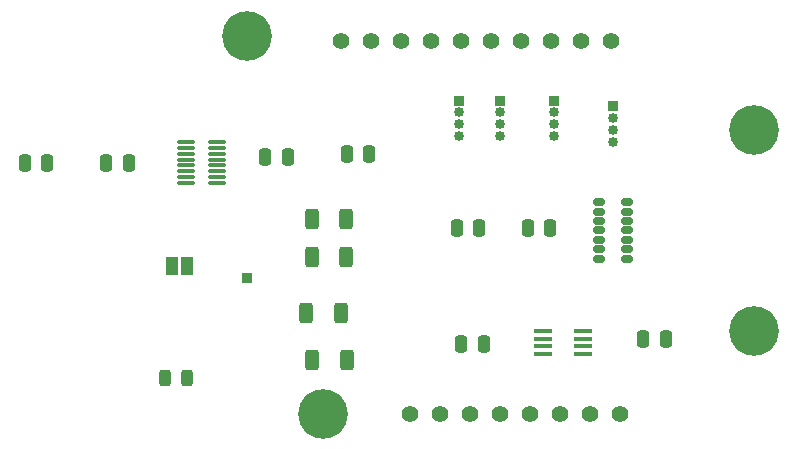
<source format=gbr>
%TF.GenerationSoftware,KiCad,Pcbnew,8.0.5*%
%TF.CreationDate,2024-11-24T20:26:59-06:00*%
%TF.ProjectId,Milestone2,4d696c65-7374-46f6-9e65-322e6b696361,rev?*%
%TF.SameCoordinates,Original*%
%TF.FileFunction,Soldermask,Top*%
%TF.FilePolarity,Negative*%
%FSLAX46Y46*%
G04 Gerber Fmt 4.6, Leading zero omitted, Abs format (unit mm)*
G04 Created by KiCad (PCBNEW 8.0.5) date 2024-11-24 20:26:59*
%MOMM*%
%LPD*%
G01*
G04 APERTURE LIST*
G04 Aperture macros list*
%AMRoundRect*
0 Rectangle with rounded corners*
0 $1 Rounding radius*
0 $2 $3 $4 $5 $6 $7 $8 $9 X,Y pos of 4 corners*
0 Add a 4 corners polygon primitive as box body*
4,1,4,$2,$3,$4,$5,$6,$7,$8,$9,$2,$3,0*
0 Add four circle primitives for the rounded corners*
1,1,$1+$1,$2,$3*
1,1,$1+$1,$4,$5*
1,1,$1+$1,$6,$7*
1,1,$1+$1,$8,$9*
0 Add four rect primitives between the rounded corners*
20,1,$1+$1,$2,$3,$4,$5,0*
20,1,$1+$1,$4,$5,$6,$7,0*
20,1,$1+$1,$6,$7,$8,$9,0*
20,1,$1+$1,$8,$9,$2,$3,0*%
G04 Aperture macros list end*
%ADD10RoundRect,0.250000X-0.312500X-0.625000X0.312500X-0.625000X0.312500X0.625000X-0.312500X0.625000X0*%
%ADD11C,4.199890*%
%ADD12C,1.422000*%
%ADD13RoundRect,0.250000X-0.250000X-0.475000X0.250000X-0.475000X0.250000X0.475000X-0.250000X0.475000X0*%
%ADD14R,0.850000X0.850000*%
%ADD15O,0.850000X0.850000*%
%ADD16RoundRect,0.087500X-0.650000X-0.087500X0.650000X-0.087500X0.650000X0.087500X-0.650000X0.087500X0*%
%ADD17R,1.000000X1.500000*%
%ADD18RoundRect,0.243750X-0.243750X-0.456250X0.243750X-0.456250X0.243750X0.456250X-0.243750X0.456250X0*%
%ADD19R,1.600000X0.300000*%
%ADD20RoundRect,0.151000X-0.371000X-0.151000X0.371000X-0.151000X0.371000X0.151000X-0.371000X0.151000X0*%
G04 APERTURE END LIST*
D10*
%TO.C,R4*%
X154037500Y-93000000D03*
X156962500Y-93000000D03*
%TD*%
D11*
%TO.C,H2*%
X192000000Y-94500000D03*
%TD*%
D12*
%TO.C,U1*%
X162880000Y-101500000D03*
X165420000Y-101500000D03*
X167960000Y-101500000D03*
X170500000Y-101500000D03*
X173040000Y-101500000D03*
X175580000Y-101500000D03*
X178120000Y-101500000D03*
X180660000Y-101500000D03*
%TD*%
D13*
%TO.C,C2*%
X130237500Y-80250000D03*
X132137500Y-80250000D03*
%TD*%
%TO.C,C1*%
X166795000Y-85800000D03*
X168695000Y-85800000D03*
%TD*%
%TO.C,C6*%
X150587500Y-79750000D03*
X152487500Y-79750000D03*
%TD*%
D14*
%TO.C,J1*%
X167000000Y-75000000D03*
D15*
X167000000Y-76000000D03*
X167000000Y-77000000D03*
X167000000Y-78000000D03*
%TD*%
D10*
%TO.C,R1*%
X154575000Y-97000000D03*
X157500000Y-97000000D03*
%TD*%
D12*
%TO.C,U5*%
X157000000Y-70000000D03*
X159540000Y-70000000D03*
X162080000Y-70000000D03*
X164620000Y-70000000D03*
X167160000Y-70000000D03*
X169700000Y-70000000D03*
X172240000Y-70000000D03*
X174780000Y-70000000D03*
X177320000Y-70000000D03*
X179860000Y-70000000D03*
%TD*%
D13*
%TO.C,C8*%
X182600000Y-95150000D03*
X184500000Y-95150000D03*
%TD*%
%TO.C,C7*%
X157500000Y-79500000D03*
X159400000Y-79500000D03*
%TD*%
D10*
%TO.C,R2*%
X154537500Y-85000000D03*
X157462500Y-85000000D03*
%TD*%
D13*
%TO.C,C3*%
X172795000Y-85800000D03*
X174695000Y-85800000D03*
%TD*%
D14*
%TO.C,J5*%
X180000000Y-75500000D03*
D15*
X180000000Y-76500000D03*
X180000000Y-77500000D03*
X180000000Y-78500000D03*
%TD*%
D14*
%TO.C,J4*%
X170500000Y-75000000D03*
D15*
X170500000Y-76000000D03*
X170500000Y-77000000D03*
X170500000Y-78000000D03*
%TD*%
D16*
%TO.C,U2*%
X143875000Y-78500000D03*
X143875000Y-79000000D03*
X143875000Y-79500000D03*
X143875000Y-80000000D03*
X143875000Y-80500000D03*
X143875000Y-81000000D03*
X143875000Y-81500000D03*
X143875000Y-82000000D03*
X146500000Y-82000000D03*
X146500000Y-81500000D03*
X146500000Y-81000000D03*
X146500000Y-80500000D03*
X146500000Y-80000000D03*
X146500000Y-79500000D03*
X146500000Y-79000000D03*
X146500000Y-78500000D03*
%TD*%
D17*
%TO.C,LED1*%
X142700000Y-89000000D03*
X144000000Y-89000000D03*
%TD*%
D18*
%TO.C,D1*%
X142125000Y-98500000D03*
X144000000Y-98500000D03*
%TD*%
D14*
%TO.C,J3*%
X149000000Y-90000000D03*
%TD*%
D13*
%TO.C,C4*%
X137137500Y-80250000D03*
X139037500Y-80250000D03*
%TD*%
D11*
%TO.C,H3*%
X155500000Y-101500000D03*
%TD*%
%TO.C,H1*%
X192000000Y-77500000D03*
%TD*%
D19*
%TO.C,U4*%
X174100000Y-94500000D03*
X174100000Y-95150000D03*
X174100000Y-95800000D03*
X174100000Y-96450000D03*
X177500000Y-96450000D03*
X177500000Y-95800000D03*
X177500000Y-95150000D03*
X177500000Y-94500000D03*
%TD*%
D20*
%TO.C,U3*%
X178805000Y-83600000D03*
X178805000Y-84400000D03*
X178805000Y-85200000D03*
X178805000Y-86000000D03*
X178805000Y-86800000D03*
X178805000Y-87600000D03*
X178805000Y-88400000D03*
X181195000Y-88400000D03*
X181195000Y-87600000D03*
X181195000Y-86800000D03*
X181195000Y-86000000D03*
X181195000Y-85200000D03*
X181195000Y-84400000D03*
X181195000Y-83600000D03*
%TD*%
D13*
%TO.C,C5*%
X167200000Y-95650000D03*
X169100000Y-95650000D03*
%TD*%
D10*
%TO.C,R3*%
X154537500Y-88290000D03*
X157462500Y-88290000D03*
%TD*%
D11*
%TO.C,H4*%
X149000000Y-69500000D03*
%TD*%
D14*
%TO.C,J2*%
X175000000Y-75000000D03*
D15*
X175000000Y-76000000D03*
X175000000Y-77000000D03*
X175000000Y-78000000D03*
%TD*%
M02*

</source>
